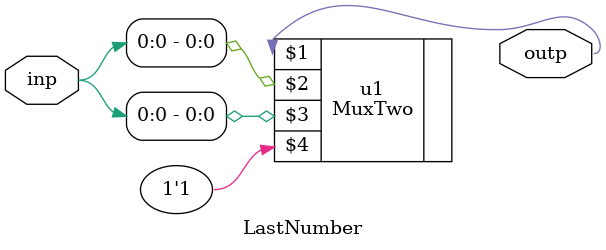
<source format=v>
module JText(JT,JT_32);
  input [25:0]JT;
  output reg [31:0]JT_32;
  always@(*)
  begin
    JT_32[0]<=1'b0;
    JT_32[1]<=1'b0;
    JT_32[2]<=JT[0];
    JT_32[3]<=JT[1];
    JT_32[4]<=JT[2];
    JT_32[5]<=JT[3];
    JT_32[6]<=JT[4];
    JT_32[7]<=JT[5];
    JT_32[8]<=JT[6];
    JT_32[9]<=JT[7];
    JT_32[10]<=JT[8];
    JT_32[11]<=JT[9];
    JT_32[12]<=JT[10];
    JT_32[13]<=JT[11];
    JT_32[14]<=JT[12];
    JT_32[15]<=JT[13];
    JT_32[16]<=JT[14];
    JT_32[17]<=JT[15];
    JT_32[18]<=JT[16];
    JT_32[19]<=JT[17];
    JT_32[20]<=JT[18];
    JT_32[21]<=JT[19];
    JT_32[22]<=JT[20];
    JT_32[23]<=JT[21];
    JT_32[24]<=JT[22];
    JT_32[25]<=JT[23];
    JT_32[26]<=JT[24];
    JT_32[27]<=JT[25];
    JT_32[28]<=1'b0;
    JT_32[29]<=1'b0;
    JT_32[30]<=1'b0;
    JT_32[31]<=1'b1;
  end
endmodule

module EXT_16_32(inp,Sig,outp);
  input [15:0]inp;
  input Sig;
  output[31:0]outp;
  MuxTwo u1(outp[16],1'b0,inp[15],Sig);   
  MuxTwo u2(outp[31],1'b0,inp[15],Sig);
  MuxTwo u3(outp[30],1'b0,inp[15],Sig);
  MuxTwo u4(outp[29],1'b0,inp[15],Sig);
  MuxTwo u5(outp[28],1'b0,inp[15],Sig);
  MuxTwo u6(outp[27],1'b0,inp[15],Sig);
  MuxTwo u7(outp[26],1'b0,inp[15],Sig);
  MuxTwo u8(outp[25],1'b0,inp[15],Sig);
  MuxTwo u9(outp[24],1'b0,inp[15],Sig);
  MuxTwo u10(outp[23],1'b0,inp[15],Sig);
  MuxTwo u11(outp[22],1'b0,inp[15],Sig);
  MuxTwo u12(outp[21],1'b0,inp[15],Sig);
  MuxTwo u13(outp[20],1'b0,inp[15],Sig);
  MuxTwo u14(outp[19],1'b0,inp[15],Sig);
  MuxTwo u15(outp[18],1'b0,inp[15],Sig);
  MuxTwo u16(outp[17],1'b0,inp[15],Sig);
  MuxTwo a2(outp[14],inp[14],inp[14],Sig);
  MuxTwo a3(outp[13],inp[13],inp[13],Sig);
  MuxTwo a4(outp[12],inp[12],inp[12],Sig);
  MuxTwo a5(outp[11],inp[11],inp[11],Sig);
  MuxTwo a6(outp[10],inp[10],inp[10],Sig);
  MuxTwo a7(outp[9],inp[9],inp[9],Sig);
  MuxTwo a8(outp[8],inp[8],inp[8],Sig);
  MuxTwo a9(outp[7],inp[7],inp[7],Sig);
  MuxTwo a10(outp[6],inp[6],inp[6],Sig);
  MuxTwo a11(outp[5],inp[5],inp[5],Sig);
  MuxTwo a12(outp[4],inp[4],inp[4],Sig);
  MuxTwo a13(outp[3],inp[3],inp[3],Sig);
  MuxTwo a14(outp[2],inp[2],inp[2],Sig);
  MuxTwo a15(outp[1],inp[1],inp[1],Sig);
  MuxTwo a16(outp[0],inp[0],inp[0],Sig);
  MuxTwo a1(outp[15],inp[15],inp[15],Sig);
endmodule

module EXT_5_32(inp,Sig,outp);
  input [4:0]inp;
  input Sig;
  output[31:0]outp;
  MuxTwo u1(outp[16],1'b0,inp[4],Sig);
  MuxTwo u2(outp[31],1'b0,inp[4],Sig);
  MuxTwo u3(outp[30],1'b0,inp[4],Sig);
  MuxTwo u4(outp[29],1'b0,inp[4],Sig);
  MuxTwo u5(outp[28],1'b0,inp[4],Sig);
  MuxTwo u6(outp[27],1'b0,inp[4],Sig);
  MuxTwo u7(outp[26],1'b0,inp[4],Sig);
  MuxTwo u8(outp[25],1'b0,inp[4],Sig);
  MuxTwo u9(outp[24],1'b0,inp[4],Sig);
  MuxTwo u10(outp[23],1'b0,inp[4],Sig);
  MuxTwo u11(outp[22],1'b0,inp[4],Sig);
  MuxTwo u12(outp[21],1'b0,inp[4],Sig);
  MuxTwo u13(outp[20],1'b0,inp[4],Sig);
  MuxTwo u14(outp[19],1'b0,inp[4],Sig);
  MuxTwo u15(outp[18],1'b0,inp[4],Sig);
  MuxTwo u16(outp[17],1'b0,inp[4],Sig);
  MuxTwo a2(outp[14],1'b0,inp[4],Sig);
  MuxTwo a3(outp[13],1'b0,inp[4],Sig);
  MuxTwo a4(outp[12],1'b0,inp[4],Sig);
  MuxTwo a5(outp[11],1'b0,inp[4],Sig);
  MuxTwo a6(outp[10],1'b0,inp[4],Sig);
  MuxTwo a7(outp[9],1'b0,inp[4],Sig);
  MuxTwo a8(outp[8],1'b0,inp[4],Sig);
  MuxTwo a9(outp[7],1'b0,inp[4],Sig);
  MuxTwo a10(outp[6],1'b0,inp[4],Sig);
  MuxTwo a11(outp[5],1'b0,inp[4],Sig);
  MuxTwo a12(outp[4],inp[4],inp[4],Sig);
  MuxTwo a13(outp[3],inp[3],inp[3],Sig);
  MuxTwo a14(outp[2],inp[2],inp[2],Sig);
  MuxTwo a15(outp[1],inp[1],inp[1],Sig);
  MuxTwo a16(outp[0],inp[0],inp[0],Sig);
  MuxTwo a1(outp[15],1'b0,inp[4],Sig);
endmodule


module LastNumber(inp,outp);
  input [31:0]inp;
  output outp;
  MuxTwo u1(outp,inp[0],inp[0],1'b1);
endmodule
</source>
